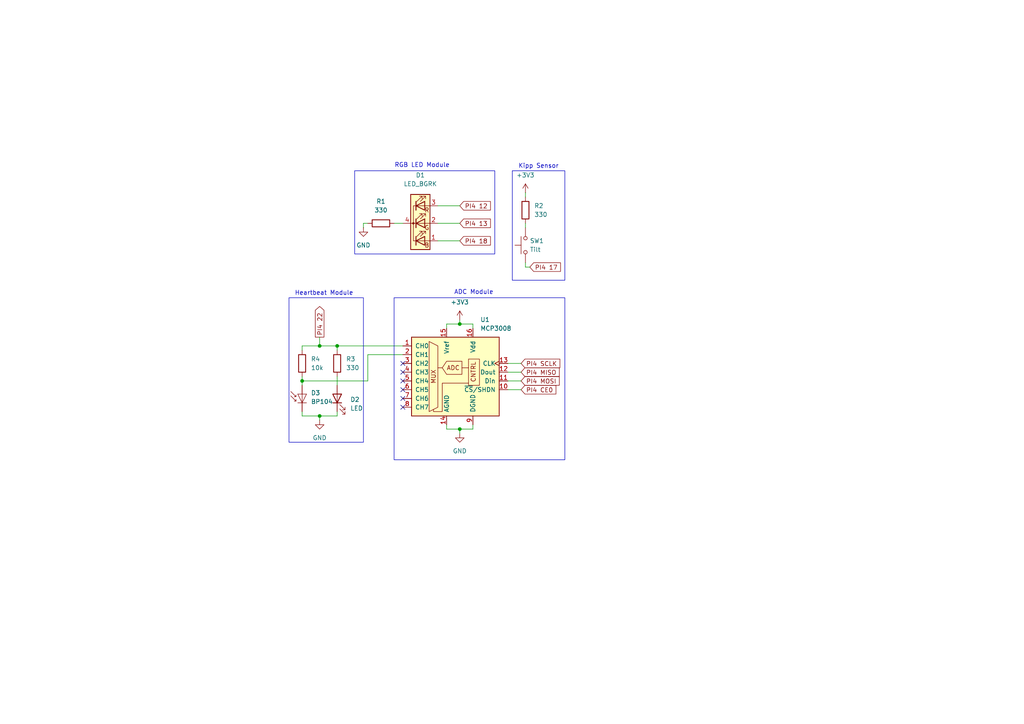
<source format=kicad_sch>
(kicad_sch (version 20250114) (generator "eeschema") (generator_version "9.0")
  (paper "A4")
  (lib_symbols
    (symbol "Analog_ADC:MCP3008" (pin_names (offset 1.016))
      (property "Reference" "U" (at -5.08 13.335 0))
      (property "Value" "MCP3008" (at -5.08 11.43 0))
      (symbol "MCP3008_0_0"
        (text "MUX" (at -6.35 -1.27 900) (effects (font (size 1.27 1.27))))
        (text "ADC" (at -0.635 1.27 0) (effects (font (size 1.27 1.27))))
        (text "CNTRL" (at 5.969 -2.921 900) (effects (font (size 1.27 1.27)) (justify left bottom)))
      )
      (symbol "MCP3008_0_1"
        (polyline (pts (xy -7.62 8.89) (xy -7.62 -11.43) (xy -5.08 -10.16) (xy -5.08 7.62) (xy -7.62 8.89)))
        (polyline (pts (xy -3.81 1.27) (xy -5.08 1.27)))
        (polyline (pts (xy 1.905 3.175) (xy 1.905 -0.635) (xy -2.54 -0.635) (xy -3.81 1.27) (xy -2.54 3.175) (xy 1.905 3.175)))
        (polyline (pts (xy 1.905 1.27) (xy 3.81 1.27)))
        (polyline (pts (xy 3.81 -3.175) (xy -3.81 -3.175) (xy -3.81 -11.43) (xy -6.35 -11.43) (xy -6.35 -10.795)))
        (rectangle (start 3.81 -3.81) (end 6.985 3.81))
        (rectangle (start 12.7 -12.7) (end -12.7 10.16) (stroke (width 0.254)) (fill (type background)))
      )
      (symbol "MCP3008_1_1"
        (pin input line (at -15.24 7.62 0) (length 2.54) (name "CH0") (number "1"))
        (pin input line (at -15.24 5.08 0) (length 2.54) (name "CH1") (number "2"))
        (pin input line (at -15.24 2.54 0) (length 2.54) (name "CH2") (number "3"))
        (pin input line (at -15.24 0 0) (length 2.54) (name "CH3") (number "4"))
        (pin input line (at -15.24 -2.54 0) (length 2.54) (name "CH4") (number "5"))
        (pin input line (at -15.24 -5.08 0) (length 2.54) (name "CH5") (number "6"))
        (pin input line (at -15.24 -7.62 0) (length 2.54) (name "CH6") (number "7"))
        (pin input line (at -15.24 -10.16 0) (length 2.54) (name "CH7") (number "8"))
        (pin power_in line (at -2.54 12.7 270) (length 2.54) (name "Vref") (number "15"))
        (pin power_in line (at -2.54 -15.24 90) (length 2.54) (name "AGND") (number "14"))
        (pin power_in line (at 5.08 12.7 270) (length 2.54) (name "Vdd") (number "16"))
        (pin power_in line (at 5.08 -15.24 90) (length 2.54) (name "DGND") (number "9"))
        (pin input clock (at 15.24 2.54 180) (length 2.54) (name "CLK") (number "13"))
        (pin output line (at 15.24 0 180) (length 2.54) (name "Dout") (number "12"))
        (pin input line (at 15.24 -2.54 180) (length 2.54) (name "Din") (number "11"))
        (pin input line (at 15.24 -5.08 180) (length 2.54) (name "~{CS}/SHDN") (number "10"))
      )
    )
    (symbol "Device:LED" (pin_numbers (hide yes)) (pin_names (offset 1.016) (hide yes))
      (property "Reference" "D" (at 0 2.54 0))
      (property "Value" "LED" (at 0 -2.54 0))
      (symbol "LED_0_1"
        (polyline (pts (xy -3.048 -0.762) (xy -4.572 -2.286) (xy -3.81 -2.286) (xy -4.572 -2.286) (xy -4.572 -1.524)))
        (polyline (pts (xy -1.778 -0.762) (xy -3.302 -2.286) (xy -2.54 -2.286) (xy -3.302 -2.286) (xy -3.302 -1.524)))
        (polyline (pts (xy -1.27 0) (xy 1.27 0)))
        (polyline (pts (xy -1.27 -1.27) (xy -1.27 1.27)) (stroke (width 0.254)))
        (polyline (pts (xy 1.27 -1.27) (xy 1.27 1.27) (xy -1.27 0) (xy 1.27 -1.27)) (stroke (width 0.254)))
      )
      (symbol "LED_1_1"
        (pin passive line (at -3.81 0 0) (length 2.54) (name "K") (number "1"))
        (pin passive line (at 3.81 0 180) (length 2.54) (name "A") (number "2"))
      )
    )
    (symbol "Device:LED_BGRK" (pin_names (offset 0) (hide yes))
      (property "Reference" "D" (at 0 9.398 0))
      (property "Value" "LED_BGRK" (at 0 -8.89 0))
      (symbol "LED_BGRK_0_0"
        (text "R" (at 1.905 3.81 0) (effects (font (size 1.27 1.27))))
        (text "G" (at 1.905 -1.27 0) (effects (font (size 1.27 1.27))))
        (text "B" (at 1.905 -6.35 0) (effects (font (size 1.27 1.27))))
      )
      (symbol "LED_BGRK_0_1"
        (circle (center -2.032 0) (radius 0.254) (fill (type outline)))
        (polyline (pts (xy -1.27 6.35) (xy -1.27 3.81)) (stroke (width 0.254)))
        (polyline (pts (xy -1.27 6.35) (xy -1.27 3.81) (xy -1.27 3.81)))
        (polyline (pts (xy -1.27 5.08) (xy 1.27 5.08)))
        (polyline (pts (xy -1.27 5.08) (xy -2.032 5.08) (xy -2.032 -5.08) (xy -1.016 -5.08)))
        (polyline (pts (xy -1.27 1.27) (xy -1.27 -1.27)) (stroke (width 0.254)))
        (polyline (pts (xy -1.27 1.27) (xy -1.27 -1.27) (xy -1.27 -1.27)))
        (polyline (pts (xy -1.27 0) (xy -2.54 0)))
        (polyline (pts (xy -1.27 -3.81) (xy -1.27 -6.35)) (stroke (width 0.254)))
        (polyline (pts (xy -1.27 -5.08) (xy 1.27 -5.08)))
        (polyline (pts (xy -1.016 6.35) (xy 0.508 7.874) (xy -0.254 7.874) (xy 0.508 7.874) (xy 0.508 7.112)))
        (polyline (pts (xy -1.016 1.27) (xy 0.508 2.794) (xy -0.254 2.794) (xy 0.508 2.794) (xy 0.508 2.032)))
        (polyline (pts (xy -1.016 -3.81) (xy 0.508 -2.286) (xy -0.254 -2.286) (xy 0.508 -2.286) (xy 0.508 -3.048)))
        (polyline (pts (xy 0 6.35) (xy 1.524 7.874) (xy 0.762 7.874) (xy 1.524 7.874) (xy 1.524 7.112)))
        (polyline (pts (xy 0 1.27) (xy 1.524 2.794) (xy 0.762 2.794) (xy 1.524 2.794) (xy 1.524 2.032)))
        (polyline (pts (xy 0 -3.81) (xy 1.524 -2.286) (xy 0.762 -2.286) (xy 1.524 -2.286) (xy 1.524 -3.048)))
        (polyline (pts (xy 1.27 6.35) (xy 1.27 3.81) (xy -1.27 5.08) (xy 1.27 6.35)) (stroke (width 0.254)))
        (rectangle (start 1.27 6.35) (end 1.27 6.35))
        (polyline (pts (xy 1.27 5.08) (xy 2.54 5.08)))
        (rectangle (start 1.27 3.81) (end 1.27 6.35))
        (polyline (pts (xy 1.27 1.27) (xy 1.27 -1.27) (xy -1.27 0) (xy 1.27 1.27)) (stroke (width 0.254)))
        (rectangle (start 1.27 1.27) (end 1.27 1.27))
        (polyline (pts (xy 1.27 0) (xy -1.27 0)))
        (polyline (pts (xy 1.27 0) (xy 2.54 0)))
        (rectangle (start 1.27 -1.27) (end 1.27 1.27))
        (polyline (pts (xy 1.27 -3.81) (xy 1.27 -6.35) (xy -1.27 -5.08) (xy 1.27 -3.81)) (stroke (width 0.254)))
        (polyline (pts (xy 1.27 -5.08) (xy 2.54 -5.08)))
        (rectangle (start 2.794 8.382) (end -2.794 -7.62) (stroke (width 0.254)) (fill (type background)))
      )
      (symbol "LED_BGRK_1_1"
        (pin passive line (at -5.08 0 0) (length 2.54) (name "K") (number "4"))
        (pin passive line (at 5.08 5.08 180) (length 2.54) (name "RA") (number "3"))
        (pin passive line (at 5.08 0 180) (length 2.54) (name "GA") (number "2"))
        (pin passive line (at 5.08 -5.08 180) (length 2.54) (name "BA") (number "1"))
      )
    )
    (symbol "Device:R" (pin_numbers (hide yes)) (pin_names (offset 0))
      (property "Reference" "R" (at 2.032 0 90))
      (property "Value" "R" (at 0 0 90))
      (symbol "R_0_1"
        (rectangle (start -1.016 -2.54) (end 1.016 2.54) (stroke (width 0.254)))
      )
      (symbol "R_1_1"
        (pin passive line (at 0 3.81 270) (length 1.27) (name "~") (number "1"))
        (pin passive line (at 0 -3.81 90) (length 1.27) (name "~") (number "2"))
      )
    )
    (symbol "Sensor_Optical:BP104" (pin_numbers (hide yes)) (pin_names (offset 1.016) (hide yes))
      (property "Reference" "D" (at 0.508 1.778 0))
      (property "Value" "BP104" (at -1.016 -2.794 0))
      (symbol "BP104_0_1"
        (polyline (pts (xy -2.54 1.27) (xy -2.54 -1.27)) (stroke (width 0.1524)))
        (polyline (pts (xy -2.032 1.778) (xy -1.524 1.778)))
        (polyline (pts (xy -0.508 3.302) (xy -2.032 1.778) (xy -2.032 2.286)))
        (polyline (pts (xy 0 1.27) (xy -2.54 0) (xy 0 -1.27)))
        (polyline (pts (xy 0 0) (xy -2.54 0)))
        (polyline (pts (xy 0 -1.27) (xy 0 1.27)))
        (polyline (pts (xy 0.762 3.302) (xy -0.762 1.778) (xy -0.762 2.286) (xy -0.762 1.778) (xy -0.254 1.778)))
      )
      (symbol "BP104_1_1"
        (pin passive line (at -5.08 0 0) (length 2.54) (name "K") (number "1"))
        (pin passive line (at 2.54 0 180) (length 2.54) (name "A") (number "2"))
      )
    )
    (symbol "Switch:SW_Push" (pin_numbers (hide yes)) (pin_names (offset 1.016) (hide yes))
      (property "Reference" "SW" (at 1.27 2.54 0))
      (property "Value" "SW_Push" (at 0 -1.524 0))
      (symbol "SW_Push_0_1"
        (circle (center -2.032 0) (radius 0.508))
        (polyline (pts (xy 0 1.27) (xy 0 3.048)))
        (circle (center 2.032 0) (radius 0.508))
        (polyline (pts (xy 2.54 1.27) (xy -2.54 1.27)))
        (pin passive line (at -5.08 0 0) (length 2.54) (name "1") (number "1"))
        (pin passive line (at 5.08 0 180) (length 2.54) (name "2") (number "2"))
      )
    )
    (symbol "power:+3V3" (power) (pin_numbers (hide yes)) (pin_names (offset 0) (hide yes))
      (property "Value" "+3V3" (at 0 3.556 0))
      (symbol "+3V3_0_1"
        (polyline (pts (xy -0.762 1.27) (xy 0 2.54)))
        (polyline (pts (xy 0 2.54) (xy 0.762 1.27)))
        (polyline (pts (xy 0 0) (xy 0 2.54)))
      )
      (symbol "+3V3_1_1"
        (pin power_in line (at 0 0 90) (length 0) (name "~") (number "1"))
      )
    )
    (symbol "power:GND" (power) (pin_numbers (hide yes)) (pin_names (offset 0) (hide yes))
      (property "Value" "GND" (at 0 -3.81 0))
      (symbol "GND_0_1"
        (polyline (pts (xy 0 0) (xy 0 -1.27) (xy 1.27 -1.27) (xy 0 -2.54) (xy -1.27 -1.27) (xy 0 -1.27)))
      )
      (symbol "GND_1_1"
        (pin power_in line (at 0 0 270) (length 0) (name "~") (number "1"))
      )
    )
  )
  (rectangle (start 148.59 49.53) (end 163.83 81.28))
  (rectangle (start 102.87 49.53) (end 143.51 73.66))
  (rectangle (start 114.3 86.36) (end 163.83 133.35))
  (rectangle (start 83.82 86.36) (end 105.41 128.27))
  (text "ADC Module" (at 137.414 84.836 0) (effects (font (size 1.27 1.27))))
  (text "Heartbeat Module" (at 93.98 85.09 0) (effects (font (size 1.27 1.27))))
  (text "RGB LED Module" (at 122.428 48.006 0) (effects (font (size 1.27 1.27))))
  (text "Kipp Sensor" (at 156.21 48.26 0) (effects (font (size 1.27 1.27))))
  (junction (at 92.71 120.65))
  (junction (at 133.35 93.98))
  (junction (at 97.79 100.33))
  (junction (at 133.35 124.46))
  (junction (at 87.63 110.49))
  (junction (at 92.71 100.33))
  (no_connect (at 116.84 110.49))
  (no_connect (at 116.84 113.03))
  (no_connect (at 116.84 107.95))
  (no_connect (at 116.84 118.11))
  (no_connect (at 116.84 105.41))
  (no_connect (at 116.84 115.57))
  (wire (pts (xy 87.63 110.49) (xy 87.63 111.76)))
  (wire (pts (xy 152.4 64.77) (xy 152.4 66.04)))
  (wire (pts (xy 147.32 107.95) (xy 151.13 107.95)))
  (wire (pts (xy 87.63 109.22) (xy 87.63 110.49)))
  (wire (pts (xy 92.71 97.79) (xy 92.71 100.33)))
  (wire (pts (xy 97.79 109.22) (xy 97.79 111.76)))
  (wire (pts (xy 127 64.77) (xy 133.35 64.77)))
  (wire (pts (xy 87.63 100.33) (xy 92.71 100.33)))
  (wire (pts (xy 129.54 93.98) (xy 133.35 93.98)))
  (wire (pts (xy 106.68 110.49) (xy 87.63 110.49)))
  (wire (pts (xy 97.79 119.38) (xy 97.79 120.65)))
  (wire (pts (xy 92.71 120.65) (xy 87.63 120.65)))
  (wire (pts (xy 147.32 113.03) (xy 151.13 113.03)))
  (wire (pts (xy 97.79 120.65) (xy 92.71 120.65)))
  (wire (pts (xy 97.79 100.33) (xy 97.79 101.6)))
  (wire (pts (xy 116.84 102.87) (xy 106.68 102.87)))
  (wire (pts (xy 92.71 100.33) (xy 97.79 100.33)))
  (wire (pts (xy 133.35 93.98) (xy 137.16 93.98)))
  (wire (pts (xy 92.71 120.65) (xy 92.71 121.92)))
  (wire (pts (xy 127 69.85) (xy 133.35 69.85)))
  (wire (pts (xy 114.3 64.77) (xy 116.84 64.77)))
  (wire (pts (xy 153.67 77.47) (xy 152.4 77.47)))
  (wire (pts (xy 152.4 55.88) (xy 152.4 57.15)))
  (wire (pts (xy 106.68 102.87) (xy 106.68 110.49)))
  (wire (pts (xy 133.35 125.73) (xy 133.35 124.46)))
  (wire (pts (xy 133.35 92.71) (xy 133.35 93.98)))
  (wire (pts (xy 127 59.69) (xy 133.35 59.69)))
  (wire (pts (xy 137.16 124.46) (xy 133.35 124.46)))
  (wire (pts (xy 137.16 123.19) (xy 137.16 124.46)))
  (wire (pts (xy 129.54 124.46) (xy 129.54 123.19)))
  (wire (pts (xy 152.4 77.47) (xy 152.4 76.2)))
  (wire (pts (xy 87.63 101.6) (xy 87.63 100.33)))
  (wire (pts (xy 147.32 110.49) (xy 151.13 110.49)))
  (wire (pts (xy 129.54 95.25) (xy 129.54 93.98)))
  (wire (pts (xy 147.32 105.41) (xy 151.13 105.41)))
  (wire (pts (xy 105.41 66.04) (xy 105.41 64.77)))
  (wire (pts (xy 87.63 119.38) (xy 87.63 120.65)))
  (wire (pts (xy 133.35 124.46) (xy 129.54 124.46)))
  (wire (pts (xy 97.79 100.33) (xy 116.84 100.33)))
  (wire (pts (xy 105.41 64.77) (xy 106.68 64.77)))
  (wire (pts (xy 137.16 93.98) (xy 137.16 95.25)))
  (global_label "PI4 12" (shape input) (at 133.35 59.69 0) (property "Intersheetrefs" "${INTERSHEET_REFS}" (effects (hide yes))))
  (global_label "PI4 22" (shape output) (at 92.71 97.79 90) (property "Intersheetrefs" "${INTERSHEET_REFS}" (effects (hide yes))))
  (global_label "PI4 18" (shape input) (at 133.35 69.85 0) (property "Intersheetrefs" "${INTERSHEET_REFS}" (effects (hide yes))))
  (global_label "PI4 SCLK" (shape input) (at 151.13 105.41 0) (property "Intersheetrefs" "${INTERSHEET_REFS}" (effects (hide yes))))
  (global_label "PI4 17" (shape input) (at 153.67 77.47 0) (property "Intersheetrefs" "${INTERSHEET_REFS}" (effects (hide yes))))
  (global_label "PI4 MOSI" (shape input) (at 151.13 110.49 0) (property "Intersheetrefs" "${INTERSHEET_REFS}" (effects (hide yes))))
  (global_label "PI4 MISO" (shape input) (at 151.13 107.95 0) (property "Intersheetrefs" "${INTERSHEET_REFS}" (effects (hide yes))))
  (global_label "PI4 13" (shape input) (at 133.35 64.77 0) (property "Intersheetrefs" "${INTERSHEET_REFS}" (effects (hide yes))))
  (global_label "PI4 CE0" (shape input) (at 151.13 113.03 0) (property "Intersheetrefs" "${INTERSHEET_REFS}" (effects (hide yes))))
  (symbol (lib_id "power:GND") (at 105.41 66.04 0) (unit 1)
    (property "Reference" "#PWR01" (effects (hide yes)))
    (property "Value" "GND" (at 105.41 71.12 0))
    (property "Description" "Power symbol creates a global label with name \"GND\" , ground" (effects (hide yes)))
  )
  (symbol (lib_id "Device:LED_BGRK") (at 121.92 64.77 0) (unit 1)
    (property "Reference" "D1" (at 121.92 50.8 0))
    (property "Value" "LED_BGRK" (at 121.92 53.34 0))
    (property "Description" "RGB LED, blue/green/red/cathode" (effects (hide yes)))
  )
  (symbol (lib_id "Analog_ADC:MCP3008") (at 132.08 107.95 0) (unit 1)
    (property "Reference" "U1" (at 139.3033 92.71 0) (effects (justify left)))
    (property "Value" "MCP3008" (at 139.3033 95.25 0) (effects (justify left)))
    (property "Datasheet" "http://ww1.microchip.com/downloads/en/DeviceDoc/21295d.pdf" (effects (hide yes)))
    (property "Description" "A/D Converter, 10-Bit, 8-Channel, SPI Interface , 2.7V-5.5V" (effects (hide yes)))
  )
  (symbol (lib_id "Device:R") (at 87.63 105.41 180) (unit 1)
    (property "Reference" "R4" (at 90.17 104.1399 0) (effects (justify right)))
    (property "Value" "10k" (at 90.17 106.6799 0) (effects (justify right)))
    (property "Description" "Resistor" (effects (hide yes)))
  )
  (symbol (lib_id "power:+3V3") (at 133.35 92.71 0) (unit 1)
    (property "Reference" "#PWR04" (effects (hide yes)))
    (property "Value" "+3V3" (at 133.35 87.63 0))
    (property "Description" "Power symbol creates a global label with name \"+3V3\"" (effects (hide yes)))
  )
  (symbol (lib_id "Sensor_Optical:BP104") (at 87.63 114.3 90) (unit 1)
    (property "Reference" "D3" (at 90.17 113.957 90) (effects (justify right)))
    (property "Value" "BP104" (at 90.17 116.497 90) (effects (justify right)))
    (property "Footprint" "OptoDevice:Osram_DIL2_4.3x4.65mm_P5.08mm" (effects (hide yes)))
    (property "Datasheet" "http://www.vishay.com/docs/81500/81500.pdf" (effects (hide yes)))
    (property "Description" "Silicon PIN Photodiode" (effects (hide yes)))
  )
  (symbol (lib_id "power:GND") (at 133.35 125.73 0) (unit 1)
    (property "Reference" "#PWR02" (effects (hide yes)))
    (property "Value" "GND" (at 133.35 130.81 0))
    (property "Description" "Power symbol creates a global label with name \"GND\" , ground" (effects (hide yes)))
  )
  (symbol (lib_id "Device:LED") (at 97.79 115.57 90) (unit 1)
    (property "Reference" "D2" (at 101.6 115.8874 90) (effects (justify right)))
    (property "Value" "LED" (at 101.6 118.4274 90) (effects (justify right)))
    (property "Description" "Light emitting diode" (effects (hide yes)))
    (property "Sim.Pins" "1=K 2=A" (effects (hide yes)))
  )
  (symbol (lib_id "power:+3V3") (at 152.4 55.88 0) (unit 1)
    (property "Reference" "#PWR03" (effects (hide yes)))
    (property "Value" "+3V3" (at 152.4 50.8 0))
    (property "Description" "Power symbol creates a global label with name \"+3V3\"" (effects (hide yes)))
  )
  (symbol (lib_id "Device:R") (at 110.49 64.77 90) (unit 1)
    (property "Reference" "R1" (at 110.49 58.42 90))
    (property "Value" "330" (at 110.49 60.96 90))
    (property "Description" "Resistor" (effects (hide yes)))
  )
  (symbol (lib_id "power:GND") (at 92.71 121.92 0) (unit 1)
    (property "Reference" "#PWR05" (effects (hide yes)))
    (property "Value" "GND" (at 92.71 127 0))
    (property "Description" "Power symbol creates a global label with name \"GND\" , ground" (effects (hide yes)))
  )
  (symbol (lib_id "Device:R") (at 97.79 105.41 180) (unit 1)
    (property "Reference" "R3" (at 100.369 104.1399 0) (effects (justify right)))
    (property "Value" "330" (at 100.369 106.6799 0) (effects (justify right)))
    (property "Description" "Resistor" (effects (hide yes)))
  )
  (symbol (lib_id "Device:R") (at 152.4 60.96 180) (unit 1)
    (property "Reference" "R2" (at 154.94 59.6899 0) (effects (justify right)))
    (property "Value" "330" (at 154.94 62.2299 0) (effects (justify right)))
    (property "Description" "Resistor" (effects (hide yes)))
  )
  (symbol (lib_id "Switch:SW_Push") (at 152.4 71.12 90) (unit 1)
    (property "Reference" "SW1" (at 153.67 69.8499 90) (effects (justify right)))
    (property "Value" "Tilt" (at 153.67 72.3899 90) (effects (justify right)))
    (property "Description" "Push button switch, generic, two pins" (effects (hide yes)))
  )
)
</source>
